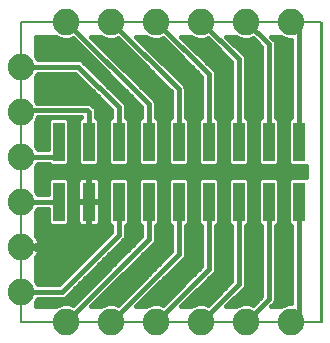
<source format=gtl>
G75*
%MOIN*%
%OFA0B0*%
%FSLAX25Y25*%
%IPPOS*%
%LPD*%
%AMOC8*
5,1,8,0,0,1.08239X$1,22.5*
%
%ADD10C,0.00000*%
%ADD11C,0.00500*%
%ADD12C,0.08858*%
%ADD13R,0.04000X0.13000*%
%ADD14C,0.01600*%
D10*
X0005829Y0005829D02*
X0005829Y0105790D01*
X0106030Y0105790D01*
X0106030Y0005829D01*
X0005829Y0005829D01*
D11*
X0105829Y0005829D01*
X0105829Y0105829D01*
X0005829Y0105829D01*
X0005829Y0005829D01*
D12*
X0005829Y0015829D03*
X0005829Y0030829D03*
X0005829Y0045829D03*
X0005829Y0060829D03*
X0005829Y0075829D03*
X0005829Y0090829D03*
X0020829Y0105829D03*
X0035829Y0105829D03*
X0050829Y0105829D03*
X0065829Y0105829D03*
X0080829Y0105829D03*
X0095829Y0105829D03*
X0095829Y0005829D03*
X0080829Y0005829D03*
X0065829Y0005829D03*
X0050829Y0005829D03*
X0035829Y0005829D03*
X0020829Y0005829D03*
D13*
X0018329Y0045829D03*
X0028329Y0045829D03*
X0038329Y0045829D03*
X0048329Y0045829D03*
X0058329Y0045829D03*
X0068329Y0045829D03*
X0078329Y0045829D03*
X0088329Y0045829D03*
X0098329Y0045829D03*
X0098329Y0065829D03*
X0088329Y0065829D03*
X0078329Y0065829D03*
X0068329Y0065829D03*
X0058329Y0065829D03*
X0048329Y0065829D03*
X0038329Y0065829D03*
X0028329Y0065829D03*
X0018329Y0065829D03*
D14*
X0018329Y0060829D01*
X0005829Y0060829D01*
X0011361Y0058429D02*
X0010940Y0057414D01*
X0010879Y0057353D01*
X0010879Y0049306D01*
X0010940Y0049244D01*
X0011361Y0048229D01*
X0014729Y0048229D01*
X0014729Y0052992D01*
X0015666Y0053929D01*
X0020992Y0053929D01*
X0021929Y0052992D01*
X0021929Y0038666D01*
X0020992Y0037729D01*
X0015666Y0037729D01*
X0014729Y0038666D01*
X0014729Y0043429D01*
X0011361Y0043429D01*
X0010940Y0042414D01*
X0010879Y0042353D01*
X0010879Y0034476D01*
X0011157Y0034094D01*
X0011602Y0033220D01*
X0011905Y0032288D01*
X0012029Y0031506D01*
X0010879Y0031506D01*
X0010879Y0030153D01*
X0012029Y0030153D01*
X0011905Y0029370D01*
X0011602Y0028438D01*
X0011157Y0027564D01*
X0010879Y0027182D01*
X0010879Y0019306D01*
X0010940Y0019244D01*
X0011361Y0018229D01*
X0018335Y0018229D01*
X0035929Y0035823D01*
X0035929Y0037729D01*
X0035666Y0037729D01*
X0034729Y0038666D01*
X0034729Y0052992D01*
X0035666Y0053929D01*
X0040992Y0053929D01*
X0041929Y0052992D01*
X0041929Y0038666D01*
X0040992Y0037729D01*
X0040729Y0037729D01*
X0040729Y0034352D01*
X0040364Y0033470D01*
X0021364Y0014470D01*
X0020689Y0013795D01*
X0019807Y0013429D01*
X0011361Y0013429D01*
X0010940Y0012414D01*
X0010879Y0012353D01*
X0010879Y0010879D01*
X0017353Y0010879D01*
X0017414Y0010940D01*
X0019630Y0011858D01*
X0022028Y0011858D01*
X0023044Y0011438D01*
X0045929Y0034323D01*
X0045929Y0037729D01*
X0045666Y0037729D01*
X0044729Y0038666D01*
X0044729Y0052992D01*
X0045666Y0053929D01*
X0050992Y0053929D01*
X0051929Y0052992D01*
X0051929Y0038666D01*
X0050992Y0037729D01*
X0050729Y0037729D01*
X0050729Y0032852D01*
X0050364Y0031970D01*
X0049689Y0031295D01*
X0029273Y0010879D01*
X0032353Y0010879D01*
X0032414Y0010940D01*
X0034630Y0011858D01*
X0037028Y0011858D01*
X0038044Y0011438D01*
X0055929Y0029323D01*
X0055929Y0037729D01*
X0055666Y0037729D01*
X0054729Y0038666D01*
X0054729Y0052992D01*
X0055666Y0053929D01*
X0060992Y0053929D01*
X0061929Y0052992D01*
X0061929Y0038666D01*
X0060992Y0037729D01*
X0060729Y0037729D01*
X0060729Y0027852D01*
X0060364Y0026970D01*
X0059689Y0026295D01*
X0044273Y0010879D01*
X0047353Y0010879D01*
X0047414Y0010940D01*
X0049630Y0011858D01*
X0052028Y0011858D01*
X0053044Y0011438D01*
X0065929Y0024323D01*
X0065929Y0037729D01*
X0065666Y0037729D01*
X0064729Y0038666D01*
X0064729Y0052992D01*
X0065666Y0053929D01*
X0070992Y0053929D01*
X0071929Y0052992D01*
X0071929Y0038666D01*
X0070992Y0037729D01*
X0070729Y0037729D01*
X0070729Y0022852D01*
X0070364Y0021970D01*
X0069689Y0021295D01*
X0059273Y0010879D01*
X0062353Y0010879D01*
X0062414Y0010940D01*
X0064630Y0011858D01*
X0067028Y0011858D01*
X0068044Y0011438D01*
X0075929Y0019323D01*
X0075929Y0037729D01*
X0075666Y0037729D01*
X0074729Y0038666D01*
X0074729Y0052992D01*
X0075666Y0053929D01*
X0080992Y0053929D01*
X0081929Y0052992D01*
X0081929Y0038666D01*
X0080992Y0037729D01*
X0080729Y0037729D01*
X0080729Y0017852D01*
X0080364Y0016970D01*
X0079689Y0016295D01*
X0074273Y0010879D01*
X0077353Y0010879D01*
X0077414Y0010940D01*
X0079630Y0011858D01*
X0082028Y0011858D01*
X0083044Y0011438D01*
X0085929Y0014323D01*
X0085929Y0037729D01*
X0085666Y0037729D01*
X0084729Y0038666D01*
X0084729Y0052992D01*
X0085666Y0053929D01*
X0090992Y0053929D01*
X0091929Y0052992D01*
X0091929Y0038666D01*
X0090992Y0037729D01*
X0090729Y0037729D01*
X0090729Y0012852D01*
X0090364Y0011970D01*
X0089689Y0011295D01*
X0089273Y0010879D01*
X0092353Y0010879D01*
X0092414Y0010940D01*
X0094630Y0011858D01*
X0095929Y0011858D01*
X0095929Y0037729D01*
X0095666Y0037729D01*
X0094729Y0038666D01*
X0094729Y0052992D01*
X0095666Y0053929D01*
X0100779Y0053929D01*
X0100779Y0057729D01*
X0095666Y0057729D01*
X0094729Y0058666D01*
X0094729Y0072992D01*
X0095666Y0073929D01*
X0095929Y0073929D01*
X0095929Y0099800D01*
X0094630Y0099800D01*
X0092414Y0100718D01*
X0092353Y0100779D01*
X0089273Y0100779D01*
X0089689Y0100364D01*
X0089689Y0100364D01*
X0090364Y0099689D01*
X0090729Y0098807D01*
X0090729Y0073929D01*
X0090992Y0073929D01*
X0091929Y0072992D01*
X0091929Y0058666D01*
X0090992Y0057729D01*
X0085666Y0057729D01*
X0084729Y0058666D01*
X0084729Y0072992D01*
X0085666Y0073929D01*
X0085929Y0073929D01*
X0085929Y0097335D01*
X0083044Y0100221D01*
X0082028Y0099800D01*
X0079630Y0099800D01*
X0077414Y0100718D01*
X0077353Y0100779D01*
X0074273Y0100779D01*
X0079689Y0095364D01*
X0080364Y0094689D01*
X0080729Y0093807D01*
X0080729Y0073929D01*
X0080992Y0073929D01*
X0081929Y0072992D01*
X0081929Y0058666D01*
X0080992Y0057729D01*
X0075666Y0057729D01*
X0074729Y0058666D01*
X0074729Y0072992D01*
X0075666Y0073929D01*
X0075929Y0073929D01*
X0075929Y0092335D01*
X0068044Y0100221D01*
X0067028Y0099800D01*
X0064630Y0099800D01*
X0062414Y0100718D01*
X0062353Y0100779D01*
X0059273Y0100779D01*
X0069689Y0090364D01*
X0070364Y0089689D01*
X0070729Y0088807D01*
X0070729Y0073929D01*
X0070992Y0073929D01*
X0071929Y0072992D01*
X0071929Y0058666D01*
X0070992Y0057729D01*
X0065666Y0057729D01*
X0064729Y0058666D01*
X0064729Y0072992D01*
X0065666Y0073929D01*
X0065929Y0073929D01*
X0065929Y0087335D01*
X0053044Y0100221D01*
X0052028Y0099800D01*
X0049630Y0099800D01*
X0047414Y0100718D01*
X0047353Y0100779D01*
X0044273Y0100779D01*
X0059689Y0085364D01*
X0060364Y0084689D01*
X0060729Y0083807D01*
X0060729Y0073929D01*
X0060992Y0073929D01*
X0061929Y0072992D01*
X0061929Y0058666D01*
X0060992Y0057729D01*
X0055666Y0057729D01*
X0054729Y0058666D01*
X0054729Y0072992D01*
X0055666Y0073929D01*
X0055929Y0073929D01*
X0055929Y0082335D01*
X0038044Y0100221D01*
X0037028Y0099800D01*
X0034630Y0099800D01*
X0032414Y0100718D01*
X0032353Y0100779D01*
X0029273Y0100779D01*
X0050364Y0079689D01*
X0050729Y0078807D01*
X0050729Y0073929D01*
X0050992Y0073929D01*
X0051929Y0072992D01*
X0051929Y0058666D01*
X0050992Y0057729D01*
X0045666Y0057729D01*
X0044729Y0058666D01*
X0044729Y0072992D01*
X0045666Y0073929D01*
X0045929Y0073929D01*
X0045929Y0077335D01*
X0023044Y0100221D01*
X0022028Y0099800D01*
X0019630Y0099800D01*
X0017414Y0100718D01*
X0017353Y0100779D01*
X0010879Y0100779D01*
X0010879Y0094306D01*
X0010940Y0094244D01*
X0011361Y0093229D01*
X0025307Y0093229D01*
X0026189Y0092864D01*
X0026864Y0092189D01*
X0040364Y0078689D01*
X0040729Y0077807D01*
X0040729Y0073929D01*
X0040992Y0073929D01*
X0041929Y0072992D01*
X0041929Y0058666D01*
X0040992Y0057729D01*
X0035666Y0057729D01*
X0034729Y0058666D01*
X0034729Y0072992D01*
X0035666Y0073929D01*
X0035929Y0073929D01*
X0035929Y0076335D01*
X0023835Y0088429D01*
X0011361Y0088429D01*
X0010940Y0087414D01*
X0010879Y0087353D01*
X0010879Y0079306D01*
X0010940Y0079244D01*
X0011154Y0078729D01*
X0028307Y0078729D01*
X0029189Y0078364D01*
X0029864Y0077689D01*
X0030364Y0077189D01*
X0030729Y0076307D01*
X0030729Y0073929D01*
X0030992Y0073929D01*
X0031929Y0072992D01*
X0031929Y0058666D01*
X0030992Y0057729D01*
X0025666Y0057729D01*
X0024729Y0058666D01*
X0024729Y0072992D01*
X0025666Y0073929D01*
X0025929Y0073929D01*
X0025929Y0073929D01*
X0011568Y0073929D01*
X0010940Y0072414D01*
X0010879Y0072353D01*
X0010879Y0064306D01*
X0010940Y0064244D01*
X0011361Y0063229D01*
X0014729Y0063229D01*
X0014729Y0072992D01*
X0015666Y0073929D01*
X0020992Y0073929D01*
X0021929Y0072992D01*
X0021929Y0058666D01*
X0020992Y0057729D01*
X0015666Y0057729D01*
X0014966Y0058429D01*
X0011361Y0058429D01*
X0010879Y0056981D02*
X0100779Y0056981D01*
X0100779Y0055383D02*
X0010879Y0055383D01*
X0010879Y0053784D02*
X0015522Y0053784D01*
X0014729Y0052186D02*
X0010879Y0052186D01*
X0010879Y0050587D02*
X0014729Y0050587D01*
X0014729Y0048989D02*
X0011046Y0048989D01*
X0005829Y0045829D02*
X0018329Y0045829D01*
X0021929Y0045792D02*
X0028129Y0045792D01*
X0028129Y0045629D02*
X0028129Y0046029D01*
X0024529Y0046029D01*
X0024529Y0052566D01*
X0024652Y0053024D01*
X0024889Y0053434D01*
X0025224Y0053769D01*
X0025634Y0054006D01*
X0026092Y0054129D01*
X0028129Y0054129D01*
X0028129Y0046029D01*
X0028529Y0046029D01*
X0028529Y0054129D01*
X0030566Y0054129D01*
X0031024Y0054006D01*
X0031434Y0053769D01*
X0031769Y0053434D01*
X0032006Y0053024D01*
X0032129Y0052566D01*
X0032129Y0046029D01*
X0028529Y0046029D01*
X0028529Y0045629D01*
X0028529Y0037529D01*
X0030566Y0037529D01*
X0031024Y0037652D01*
X0031434Y0037889D01*
X0031769Y0038224D01*
X0032006Y0038634D01*
X0032129Y0039092D01*
X0032129Y0045629D01*
X0028529Y0045629D01*
X0028129Y0045629D01*
X0028129Y0037529D01*
X0026092Y0037529D01*
X0025634Y0037652D01*
X0025224Y0037889D01*
X0024889Y0038224D01*
X0024652Y0038634D01*
X0024529Y0039092D01*
X0024529Y0045629D01*
X0028129Y0045629D01*
X0028329Y0045829D02*
X0028329Y0036829D01*
X0022329Y0030829D01*
X0005829Y0030829D01*
X0010879Y0031405D02*
X0031511Y0031405D01*
X0033110Y0033004D02*
X0011672Y0033004D01*
X0010879Y0034602D02*
X0034708Y0034602D01*
X0035929Y0036201D02*
X0010879Y0036201D01*
X0010879Y0037799D02*
X0015596Y0037799D01*
X0014729Y0039398D02*
X0010879Y0039398D01*
X0010879Y0040996D02*
X0014729Y0040996D01*
X0014729Y0042595D02*
X0011015Y0042595D01*
X0021062Y0037799D02*
X0025379Y0037799D01*
X0024529Y0039398D02*
X0021929Y0039398D01*
X0021929Y0040996D02*
X0024529Y0040996D01*
X0024529Y0042595D02*
X0021929Y0042595D01*
X0021929Y0044193D02*
X0024529Y0044193D01*
X0024529Y0047390D02*
X0021929Y0047390D01*
X0021929Y0048989D02*
X0024529Y0048989D01*
X0024529Y0050587D02*
X0021929Y0050587D01*
X0021929Y0052186D02*
X0024529Y0052186D01*
X0025250Y0053784D02*
X0021137Y0053784D01*
X0021843Y0058580D02*
X0024816Y0058580D01*
X0024729Y0060179D02*
X0021929Y0060179D01*
X0021929Y0061777D02*
X0024729Y0061777D01*
X0024729Y0063376D02*
X0021929Y0063376D01*
X0021929Y0064974D02*
X0024729Y0064974D01*
X0024729Y0066573D02*
X0021929Y0066573D01*
X0021929Y0068171D02*
X0024729Y0068171D01*
X0024729Y0069770D02*
X0021929Y0069770D01*
X0021929Y0071368D02*
X0024729Y0071368D01*
X0024729Y0072967D02*
X0021929Y0072967D01*
X0027829Y0076329D02*
X0005829Y0076329D01*
X0005829Y0075829D01*
X0011169Y0072967D02*
X0014729Y0072967D01*
X0014729Y0071368D02*
X0010879Y0071368D01*
X0010879Y0069770D02*
X0014729Y0069770D01*
X0014729Y0068171D02*
X0010879Y0068171D01*
X0010879Y0066573D02*
X0014729Y0066573D01*
X0014729Y0064974D02*
X0010879Y0064974D01*
X0011300Y0063376D02*
X0014729Y0063376D01*
X0027829Y0076329D02*
X0028329Y0075829D01*
X0028329Y0065829D01*
X0031929Y0066573D02*
X0034729Y0066573D01*
X0034729Y0064974D02*
X0031929Y0064974D01*
X0031929Y0063376D02*
X0034729Y0063376D01*
X0034729Y0061777D02*
X0031929Y0061777D01*
X0031929Y0060179D02*
X0034729Y0060179D01*
X0034816Y0058580D02*
X0031843Y0058580D01*
X0031408Y0053784D02*
X0035522Y0053784D01*
X0034729Y0052186D02*
X0032129Y0052186D01*
X0032129Y0050587D02*
X0034729Y0050587D01*
X0034729Y0048989D02*
X0032129Y0048989D01*
X0032129Y0047390D02*
X0034729Y0047390D01*
X0034729Y0045792D02*
X0028529Y0045792D01*
X0028529Y0047390D02*
X0028129Y0047390D01*
X0028129Y0048989D02*
X0028529Y0048989D01*
X0028529Y0050587D02*
X0028129Y0050587D01*
X0028129Y0052186D02*
X0028529Y0052186D01*
X0028529Y0053784D02*
X0028129Y0053784D01*
X0028129Y0044193D02*
X0028529Y0044193D01*
X0028529Y0042595D02*
X0028129Y0042595D01*
X0028129Y0040996D02*
X0028529Y0040996D01*
X0028529Y0039398D02*
X0028129Y0039398D01*
X0028129Y0037799D02*
X0028529Y0037799D01*
X0031279Y0037799D02*
X0035596Y0037799D01*
X0034729Y0039398D02*
X0032129Y0039398D01*
X0032129Y0040996D02*
X0034729Y0040996D01*
X0034729Y0042595D02*
X0032129Y0042595D01*
X0032129Y0044193D02*
X0034729Y0044193D01*
X0038329Y0045829D02*
X0038329Y0034829D01*
X0019329Y0015829D01*
X0005829Y0015829D01*
X0011200Y0018617D02*
X0018723Y0018617D01*
X0020322Y0020216D02*
X0010879Y0020216D01*
X0010879Y0021814D02*
X0021920Y0021814D01*
X0023519Y0023413D02*
X0010879Y0023413D01*
X0010879Y0025011D02*
X0025117Y0025011D01*
X0026716Y0026610D02*
X0010879Y0026610D01*
X0011485Y0028208D02*
X0028314Y0028208D01*
X0029913Y0029807D02*
X0011974Y0029807D01*
X0023913Y0017019D02*
X0028625Y0017019D01*
X0030223Y0018617D02*
X0025511Y0018617D01*
X0027110Y0020216D02*
X0031822Y0020216D01*
X0033420Y0021814D02*
X0028708Y0021814D01*
X0030307Y0023413D02*
X0035019Y0023413D01*
X0036617Y0025011D02*
X0031905Y0025011D01*
X0033504Y0026610D02*
X0038216Y0026610D01*
X0039814Y0028208D02*
X0035102Y0028208D01*
X0036701Y0029807D02*
X0041413Y0029807D01*
X0043011Y0031405D02*
X0038299Y0031405D01*
X0039898Y0033004D02*
X0044610Y0033004D01*
X0045929Y0034602D02*
X0040729Y0034602D01*
X0040729Y0036201D02*
X0045929Y0036201D01*
X0045596Y0037799D02*
X0041062Y0037799D01*
X0041929Y0039398D02*
X0044729Y0039398D01*
X0044729Y0040996D02*
X0041929Y0040996D01*
X0041929Y0042595D02*
X0044729Y0042595D01*
X0044729Y0044193D02*
X0041929Y0044193D01*
X0041929Y0045792D02*
X0044729Y0045792D01*
X0044729Y0047390D02*
X0041929Y0047390D01*
X0041929Y0048989D02*
X0044729Y0048989D01*
X0044729Y0050587D02*
X0041929Y0050587D01*
X0041929Y0052186D02*
X0044729Y0052186D01*
X0045522Y0053784D02*
X0041137Y0053784D01*
X0041843Y0058580D02*
X0044816Y0058580D01*
X0044729Y0060179D02*
X0041929Y0060179D01*
X0041929Y0061777D02*
X0044729Y0061777D01*
X0044729Y0063376D02*
X0041929Y0063376D01*
X0041929Y0064974D02*
X0044729Y0064974D01*
X0044729Y0066573D02*
X0041929Y0066573D01*
X0041929Y0068171D02*
X0044729Y0068171D01*
X0044729Y0069770D02*
X0041929Y0069770D01*
X0041929Y0071368D02*
X0044729Y0071368D01*
X0044729Y0072967D02*
X0041929Y0072967D01*
X0040729Y0074565D02*
X0045929Y0074565D01*
X0045929Y0076164D02*
X0040729Y0076164D01*
X0040729Y0077762D02*
X0045502Y0077762D01*
X0043903Y0079361D02*
X0039692Y0079361D01*
X0038093Y0080959D02*
X0042305Y0080959D01*
X0040706Y0082558D02*
X0036495Y0082558D01*
X0034896Y0084156D02*
X0039108Y0084156D01*
X0037509Y0085755D02*
X0033298Y0085755D01*
X0031699Y0087353D02*
X0035911Y0087353D01*
X0034312Y0088952D02*
X0030101Y0088952D01*
X0028502Y0090550D02*
X0032714Y0090550D01*
X0031115Y0092149D02*
X0026904Y0092149D01*
X0024829Y0090829D02*
X0005829Y0090829D01*
X0011146Y0093747D02*
X0029517Y0093747D01*
X0027918Y0095346D02*
X0010879Y0095346D01*
X0010879Y0096944D02*
X0026320Y0096944D01*
X0024721Y0098543D02*
X0010879Y0098543D01*
X0010879Y0100141D02*
X0018806Y0100141D01*
X0022852Y0100141D02*
X0023123Y0100141D01*
X0020829Y0105829D02*
X0048329Y0078329D01*
X0048329Y0065829D01*
X0051929Y0066573D02*
X0054729Y0066573D01*
X0054729Y0064974D02*
X0051929Y0064974D01*
X0051929Y0063376D02*
X0054729Y0063376D01*
X0054729Y0061777D02*
X0051929Y0061777D01*
X0051929Y0060179D02*
X0054729Y0060179D01*
X0054816Y0058580D02*
X0051843Y0058580D01*
X0051137Y0053784D02*
X0055522Y0053784D01*
X0054729Y0052186D02*
X0051929Y0052186D01*
X0051929Y0050587D02*
X0054729Y0050587D01*
X0054729Y0048989D02*
X0051929Y0048989D01*
X0051929Y0047390D02*
X0054729Y0047390D01*
X0054729Y0045792D02*
X0051929Y0045792D01*
X0051929Y0044193D02*
X0054729Y0044193D01*
X0054729Y0042595D02*
X0051929Y0042595D01*
X0051929Y0040996D02*
X0054729Y0040996D01*
X0054729Y0039398D02*
X0051929Y0039398D01*
X0051062Y0037799D02*
X0055596Y0037799D01*
X0055929Y0036201D02*
X0050729Y0036201D01*
X0050729Y0034602D02*
X0055929Y0034602D01*
X0055929Y0033004D02*
X0050729Y0033004D01*
X0049799Y0031405D02*
X0055929Y0031405D01*
X0055929Y0029807D02*
X0048201Y0029807D01*
X0046602Y0028208D02*
X0054814Y0028208D01*
X0053216Y0026610D02*
X0045004Y0026610D01*
X0043405Y0025011D02*
X0051617Y0025011D01*
X0050019Y0023413D02*
X0041807Y0023413D01*
X0040208Y0021814D02*
X0048420Y0021814D01*
X0046822Y0020216D02*
X0038610Y0020216D01*
X0037011Y0018617D02*
X0045223Y0018617D01*
X0043625Y0017019D02*
X0035413Y0017019D01*
X0033814Y0015420D02*
X0042026Y0015420D01*
X0040428Y0013822D02*
X0032216Y0013822D01*
X0030617Y0012223D02*
X0038829Y0012223D01*
X0035829Y0005829D02*
X0058329Y0028329D01*
X0058329Y0045829D01*
X0061929Y0045792D02*
X0064729Y0045792D01*
X0064729Y0047390D02*
X0061929Y0047390D01*
X0061929Y0048989D02*
X0064729Y0048989D01*
X0064729Y0050587D02*
X0061929Y0050587D01*
X0061929Y0052186D02*
X0064729Y0052186D01*
X0065522Y0053784D02*
X0061137Y0053784D01*
X0061843Y0058580D02*
X0064816Y0058580D01*
X0064729Y0060179D02*
X0061929Y0060179D01*
X0061929Y0061777D02*
X0064729Y0061777D01*
X0064729Y0063376D02*
X0061929Y0063376D01*
X0061929Y0064974D02*
X0064729Y0064974D01*
X0064729Y0066573D02*
X0061929Y0066573D01*
X0061929Y0068171D02*
X0064729Y0068171D01*
X0064729Y0069770D02*
X0061929Y0069770D01*
X0061929Y0071368D02*
X0064729Y0071368D01*
X0064729Y0072967D02*
X0061929Y0072967D01*
X0060729Y0074565D02*
X0065929Y0074565D01*
X0065929Y0076164D02*
X0060729Y0076164D01*
X0060729Y0077762D02*
X0065929Y0077762D01*
X0065929Y0079361D02*
X0060729Y0079361D01*
X0060729Y0080959D02*
X0065929Y0080959D01*
X0065929Y0082558D02*
X0060729Y0082558D01*
X0060584Y0084156D02*
X0065929Y0084156D01*
X0065929Y0085755D02*
X0059298Y0085755D01*
X0057699Y0087353D02*
X0065911Y0087353D01*
X0064312Y0088952D02*
X0056101Y0088952D01*
X0054502Y0090550D02*
X0062714Y0090550D01*
X0061115Y0092149D02*
X0052904Y0092149D01*
X0051305Y0093747D02*
X0059517Y0093747D01*
X0057918Y0095346D02*
X0049707Y0095346D01*
X0048108Y0096944D02*
X0056320Y0096944D01*
X0054721Y0098543D02*
X0046510Y0098543D01*
X0044911Y0100141D02*
X0048806Y0100141D01*
X0052852Y0100141D02*
X0053123Y0100141D01*
X0050829Y0105829D02*
X0068329Y0088329D01*
X0068329Y0065829D01*
X0071929Y0066573D02*
X0074729Y0066573D01*
X0074729Y0064974D02*
X0071929Y0064974D01*
X0071929Y0063376D02*
X0074729Y0063376D01*
X0074729Y0061777D02*
X0071929Y0061777D01*
X0071929Y0060179D02*
X0074729Y0060179D01*
X0074816Y0058580D02*
X0071843Y0058580D01*
X0071137Y0053784D02*
X0075522Y0053784D01*
X0074729Y0052186D02*
X0071929Y0052186D01*
X0071929Y0050587D02*
X0074729Y0050587D01*
X0074729Y0048989D02*
X0071929Y0048989D01*
X0071929Y0047390D02*
X0074729Y0047390D01*
X0074729Y0045792D02*
X0071929Y0045792D01*
X0071929Y0044193D02*
X0074729Y0044193D01*
X0074729Y0042595D02*
X0071929Y0042595D01*
X0071929Y0040996D02*
X0074729Y0040996D01*
X0074729Y0039398D02*
X0071929Y0039398D01*
X0071062Y0037799D02*
X0075596Y0037799D01*
X0075929Y0036201D02*
X0070729Y0036201D01*
X0070729Y0034602D02*
X0075929Y0034602D01*
X0075929Y0033004D02*
X0070729Y0033004D01*
X0070729Y0031405D02*
X0075929Y0031405D01*
X0075929Y0029807D02*
X0070729Y0029807D01*
X0070729Y0028208D02*
X0075929Y0028208D01*
X0075929Y0026610D02*
X0070729Y0026610D01*
X0070729Y0025011D02*
X0075929Y0025011D01*
X0075929Y0023413D02*
X0070729Y0023413D01*
X0070208Y0021814D02*
X0075929Y0021814D01*
X0075929Y0020216D02*
X0068610Y0020216D01*
X0067011Y0018617D02*
X0075223Y0018617D01*
X0073625Y0017019D02*
X0065413Y0017019D01*
X0063814Y0015420D02*
X0072026Y0015420D01*
X0070428Y0013822D02*
X0062216Y0013822D01*
X0060617Y0012223D02*
X0068829Y0012223D01*
X0065829Y0005829D02*
X0078329Y0018329D01*
X0078329Y0045829D01*
X0081929Y0045792D02*
X0084729Y0045792D01*
X0084729Y0047390D02*
X0081929Y0047390D01*
X0081929Y0048989D02*
X0084729Y0048989D01*
X0084729Y0050587D02*
X0081929Y0050587D01*
X0081929Y0052186D02*
X0084729Y0052186D01*
X0085522Y0053784D02*
X0081137Y0053784D01*
X0081843Y0058580D02*
X0084816Y0058580D01*
X0084729Y0060179D02*
X0081929Y0060179D01*
X0081929Y0061777D02*
X0084729Y0061777D01*
X0084729Y0063376D02*
X0081929Y0063376D01*
X0081929Y0064974D02*
X0084729Y0064974D01*
X0084729Y0066573D02*
X0081929Y0066573D01*
X0081929Y0068171D02*
X0084729Y0068171D01*
X0084729Y0069770D02*
X0081929Y0069770D01*
X0081929Y0071368D02*
X0084729Y0071368D01*
X0084729Y0072967D02*
X0081929Y0072967D01*
X0080729Y0074565D02*
X0085929Y0074565D01*
X0085929Y0076164D02*
X0080729Y0076164D01*
X0080729Y0077762D02*
X0085929Y0077762D01*
X0085929Y0079361D02*
X0080729Y0079361D01*
X0080729Y0080959D02*
X0085929Y0080959D01*
X0085929Y0082558D02*
X0080729Y0082558D01*
X0080729Y0084156D02*
X0085929Y0084156D01*
X0085929Y0085755D02*
X0080729Y0085755D01*
X0080729Y0087353D02*
X0085929Y0087353D01*
X0085929Y0088952D02*
X0080729Y0088952D01*
X0080729Y0090550D02*
X0085929Y0090550D01*
X0085929Y0092149D02*
X0080729Y0092149D01*
X0080729Y0093747D02*
X0085929Y0093747D01*
X0085929Y0095346D02*
X0079707Y0095346D01*
X0078108Y0096944D02*
X0085929Y0096944D01*
X0084721Y0098543D02*
X0076510Y0098543D01*
X0074911Y0100141D02*
X0078806Y0100141D01*
X0082852Y0100141D02*
X0083123Y0100141D01*
X0088329Y0098329D02*
X0080829Y0105829D01*
X0088329Y0098329D02*
X0088329Y0065829D01*
X0091929Y0066573D02*
X0094729Y0066573D01*
X0094729Y0064974D02*
X0091929Y0064974D01*
X0091929Y0063376D02*
X0094729Y0063376D01*
X0094729Y0061777D02*
X0091929Y0061777D01*
X0091929Y0060179D02*
X0094729Y0060179D01*
X0094816Y0058580D02*
X0091843Y0058580D01*
X0091137Y0053784D02*
X0095522Y0053784D01*
X0094729Y0052186D02*
X0091929Y0052186D01*
X0091929Y0050587D02*
X0094729Y0050587D01*
X0094729Y0048989D02*
X0091929Y0048989D01*
X0091929Y0047390D02*
X0094729Y0047390D01*
X0094729Y0045792D02*
X0091929Y0045792D01*
X0091929Y0044193D02*
X0094729Y0044193D01*
X0094729Y0042595D02*
X0091929Y0042595D01*
X0091929Y0040996D02*
X0094729Y0040996D01*
X0094729Y0039398D02*
X0091929Y0039398D01*
X0091062Y0037799D02*
X0095596Y0037799D01*
X0095929Y0036201D02*
X0090729Y0036201D01*
X0090729Y0034602D02*
X0095929Y0034602D01*
X0095929Y0033004D02*
X0090729Y0033004D01*
X0090729Y0031405D02*
X0095929Y0031405D01*
X0095929Y0029807D02*
X0090729Y0029807D01*
X0090729Y0028208D02*
X0095929Y0028208D01*
X0095929Y0026610D02*
X0090729Y0026610D01*
X0090729Y0025011D02*
X0095929Y0025011D01*
X0095929Y0023413D02*
X0090729Y0023413D01*
X0090729Y0021814D02*
X0095929Y0021814D01*
X0095929Y0020216D02*
X0090729Y0020216D01*
X0090729Y0018617D02*
X0095929Y0018617D01*
X0095929Y0017019D02*
X0090729Y0017019D01*
X0090729Y0015420D02*
X0095929Y0015420D01*
X0095929Y0013822D02*
X0090729Y0013822D01*
X0090469Y0012223D02*
X0095929Y0012223D01*
X0098329Y0008329D02*
X0098329Y0045829D01*
X0088329Y0045829D02*
X0088329Y0013329D01*
X0080829Y0005829D01*
X0083829Y0012223D02*
X0075617Y0012223D01*
X0077216Y0013822D02*
X0085428Y0013822D01*
X0085929Y0015420D02*
X0078814Y0015420D01*
X0080384Y0017019D02*
X0085929Y0017019D01*
X0085929Y0018617D02*
X0080729Y0018617D01*
X0080729Y0020216D02*
X0085929Y0020216D01*
X0085929Y0021814D02*
X0080729Y0021814D01*
X0080729Y0023413D02*
X0085929Y0023413D01*
X0085929Y0025011D02*
X0080729Y0025011D01*
X0080729Y0026610D02*
X0085929Y0026610D01*
X0085929Y0028208D02*
X0080729Y0028208D01*
X0080729Y0029807D02*
X0085929Y0029807D01*
X0085929Y0031405D02*
X0080729Y0031405D01*
X0080729Y0033004D02*
X0085929Y0033004D01*
X0085929Y0034602D02*
X0080729Y0034602D01*
X0080729Y0036201D02*
X0085929Y0036201D01*
X0085596Y0037799D02*
X0081062Y0037799D01*
X0081929Y0039398D02*
X0084729Y0039398D01*
X0084729Y0040996D02*
X0081929Y0040996D01*
X0081929Y0042595D02*
X0084729Y0042595D01*
X0084729Y0044193D02*
X0081929Y0044193D01*
X0068329Y0045829D02*
X0068329Y0023329D01*
X0050829Y0005829D01*
X0053829Y0012223D02*
X0045617Y0012223D01*
X0047216Y0013822D02*
X0055428Y0013822D01*
X0057026Y0015420D02*
X0048814Y0015420D01*
X0050413Y0017019D02*
X0058625Y0017019D01*
X0060223Y0018617D02*
X0052011Y0018617D01*
X0053610Y0020216D02*
X0061822Y0020216D01*
X0063420Y0021814D02*
X0055208Y0021814D01*
X0056807Y0023413D02*
X0065019Y0023413D01*
X0065929Y0025011D02*
X0058405Y0025011D01*
X0060004Y0026610D02*
X0065929Y0026610D01*
X0065929Y0028208D02*
X0060729Y0028208D01*
X0060729Y0029807D02*
X0065929Y0029807D01*
X0065929Y0031405D02*
X0060729Y0031405D01*
X0060729Y0033004D02*
X0065929Y0033004D01*
X0065929Y0034602D02*
X0060729Y0034602D01*
X0060729Y0036201D02*
X0065929Y0036201D01*
X0065596Y0037799D02*
X0061062Y0037799D01*
X0061929Y0039398D02*
X0064729Y0039398D01*
X0064729Y0040996D02*
X0061929Y0040996D01*
X0061929Y0042595D02*
X0064729Y0042595D01*
X0064729Y0044193D02*
X0061929Y0044193D01*
X0048329Y0045829D02*
X0048329Y0033329D01*
X0020829Y0005829D01*
X0023829Y0012223D02*
X0010879Y0012223D01*
X0020716Y0013822D02*
X0025428Y0013822D01*
X0027026Y0015420D02*
X0022314Y0015420D01*
X0038329Y0065829D02*
X0038329Y0077329D01*
X0024829Y0090829D01*
X0024911Y0087353D02*
X0010880Y0087353D01*
X0010879Y0085755D02*
X0026509Y0085755D01*
X0028108Y0084156D02*
X0010879Y0084156D01*
X0010879Y0082558D02*
X0029706Y0082558D01*
X0031305Y0080959D02*
X0010879Y0080959D01*
X0010879Y0079361D02*
X0032903Y0079361D01*
X0034502Y0077762D02*
X0029790Y0077762D01*
X0030729Y0076164D02*
X0035929Y0076164D01*
X0035929Y0074565D02*
X0030729Y0074565D01*
X0031929Y0072967D02*
X0034729Y0072967D01*
X0034729Y0071368D02*
X0031929Y0071368D01*
X0031929Y0069770D02*
X0034729Y0069770D01*
X0034729Y0068171D02*
X0031929Y0068171D01*
X0045896Y0084156D02*
X0054108Y0084156D01*
X0055706Y0082558D02*
X0047495Y0082558D01*
X0049093Y0080959D02*
X0055929Y0080959D01*
X0055929Y0079361D02*
X0050500Y0079361D01*
X0050729Y0077762D02*
X0055929Y0077762D01*
X0055929Y0076164D02*
X0050729Y0076164D01*
X0050729Y0074565D02*
X0055929Y0074565D01*
X0054729Y0072967D02*
X0051929Y0072967D01*
X0051929Y0071368D02*
X0054729Y0071368D01*
X0054729Y0069770D02*
X0051929Y0069770D01*
X0051929Y0068171D02*
X0054729Y0068171D01*
X0058329Y0065829D02*
X0058329Y0083329D01*
X0035829Y0105829D01*
X0033806Y0100141D02*
X0029911Y0100141D01*
X0031510Y0098543D02*
X0039721Y0098543D01*
X0038123Y0100141D02*
X0037852Y0100141D01*
X0041320Y0096944D02*
X0033108Y0096944D01*
X0034707Y0095346D02*
X0042918Y0095346D01*
X0044517Y0093747D02*
X0036305Y0093747D01*
X0037904Y0092149D02*
X0046115Y0092149D01*
X0047714Y0090550D02*
X0039502Y0090550D01*
X0041101Y0088952D02*
X0049312Y0088952D01*
X0050911Y0087353D02*
X0042699Y0087353D01*
X0044298Y0085755D02*
X0052509Y0085755D01*
X0063108Y0096944D02*
X0071320Y0096944D01*
X0072918Y0095346D02*
X0064707Y0095346D01*
X0066305Y0093747D02*
X0074517Y0093747D01*
X0075929Y0092149D02*
X0067904Y0092149D01*
X0069502Y0090550D02*
X0075929Y0090550D01*
X0075929Y0088952D02*
X0070669Y0088952D01*
X0070729Y0087353D02*
X0075929Y0087353D01*
X0075929Y0085755D02*
X0070729Y0085755D01*
X0070729Y0084156D02*
X0075929Y0084156D01*
X0075929Y0082558D02*
X0070729Y0082558D01*
X0070729Y0080959D02*
X0075929Y0080959D01*
X0075929Y0079361D02*
X0070729Y0079361D01*
X0070729Y0077762D02*
X0075929Y0077762D01*
X0075929Y0076164D02*
X0070729Y0076164D01*
X0070729Y0074565D02*
X0075929Y0074565D01*
X0074729Y0072967D02*
X0071929Y0072967D01*
X0071929Y0071368D02*
X0074729Y0071368D01*
X0074729Y0069770D02*
X0071929Y0069770D01*
X0071929Y0068171D02*
X0074729Y0068171D01*
X0078329Y0065829D02*
X0078329Y0093329D01*
X0065829Y0105829D01*
X0063806Y0100141D02*
X0059911Y0100141D01*
X0061510Y0098543D02*
X0069721Y0098543D01*
X0068123Y0100141D02*
X0067852Y0100141D01*
X0089911Y0100141D02*
X0093806Y0100141D01*
X0095929Y0098543D02*
X0090729Y0098543D01*
X0090729Y0096944D02*
X0095929Y0096944D01*
X0095929Y0095346D02*
X0090729Y0095346D01*
X0090729Y0093747D02*
X0095929Y0093747D01*
X0095929Y0092149D02*
X0090729Y0092149D01*
X0090729Y0090550D02*
X0095929Y0090550D01*
X0095929Y0088952D02*
X0090729Y0088952D01*
X0090729Y0087353D02*
X0095929Y0087353D01*
X0095929Y0085755D02*
X0090729Y0085755D01*
X0090729Y0084156D02*
X0095929Y0084156D01*
X0095929Y0082558D02*
X0090729Y0082558D01*
X0090729Y0080959D02*
X0095929Y0080959D01*
X0095929Y0079361D02*
X0090729Y0079361D01*
X0090729Y0077762D02*
X0095929Y0077762D01*
X0095929Y0076164D02*
X0090729Y0076164D01*
X0090729Y0074565D02*
X0095929Y0074565D01*
X0094729Y0072967D02*
X0091929Y0072967D01*
X0091929Y0071368D02*
X0094729Y0071368D01*
X0094729Y0069770D02*
X0091929Y0069770D01*
X0091929Y0068171D02*
X0094729Y0068171D01*
X0098329Y0065829D02*
X0098329Y0103329D01*
X0095829Y0105829D01*
X0098329Y0008329D02*
X0095829Y0005829D01*
M02*

</source>
